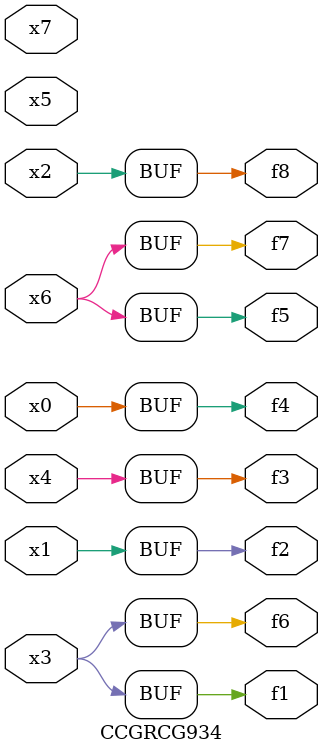
<source format=v>
module CCGRCG934(
	input x0, x1, x2, x3, x4, x5, x6, x7,
	output f1, f2, f3, f4, f5, f6, f7, f8
);
	assign f1 = x3;
	assign f2 = x1;
	assign f3 = x4;
	assign f4 = x0;
	assign f5 = x6;
	assign f6 = x3;
	assign f7 = x6;
	assign f8 = x2;
endmodule

</source>
